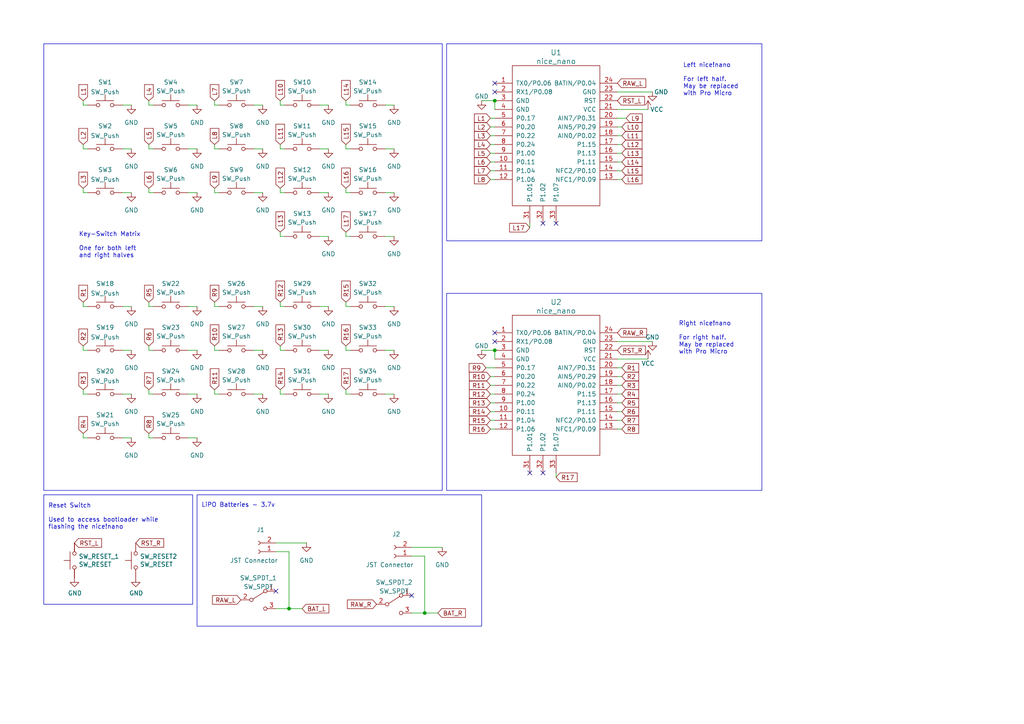
<source format=kicad_sch>
(kicad_sch (version 20230121) (generator eeschema)
  (paper "A4")
  (lib_symbols
    (symbol "Connector:Conn_01x02_Socket" (pin_names (offset 1.016) hide)
      (property "Reference" "J" (at 0 2.54 0))
      (property "Value" "Conn_01x02_Socket" (at 0 -5.08 0))
      (symbol "Conn_01x02_Socket_1_1"
        (arc (start 0 -2.032) (mid -0.5058 -2.54) (end 0 -3.048) (stroke (width 0.1524)))
        (polyline (pts (xy -1.27 -2.54) (xy -0.508 -2.54)) (stroke (width 0.1524)))
        (polyline (pts (xy -1.27 0) (xy -0.508 0)) (stroke (width 0.1524)))
        (arc (start 0 0.508) (mid -0.5058 0) (end 0 -0.508) (stroke (width 0.1524)))
        (pin passive line (at -5.08 0 0) (length 3.81) (name "Pin_1") (number "1"))
        (pin passive line (at -5.08 -2.54 0) (length 3.81) (name "Pin_2") (number "2"))
      )
    )
    (symbol "GND_1" (power) (pin_names (offset 0))
      (property "Value" "GND_1" (at 0 -3.81 0))
      (symbol "GND_1_0_1"
        (polyline (pts (xy 0 0) (xy 0 -1.27) (xy 1.27 -1.27) (xy 0 -2.54) (xy -1.27 -1.27) (xy 0 -1.27)))
      )
      (symbol "GND_1_1_1"
        (pin power_in line (at 0 0 270) (length 0) hide (name "GND") (number "1"))
      )
    )
    (symbol "GND_2" (power) (pin_names (offset 0))
      (property "Value" "GND_2" (at 0 -3.81 0))
      (symbol "GND_2_0_1"
        (polyline (pts (xy 0 0) (xy 0 -1.27) (xy 1.27 -1.27) (xy 0 -2.54) (xy -1.27 -1.27) (xy 0 -1.27)))
      )
      (symbol "GND_2_1_1"
        (pin power_in line (at 0 0 270) (length 0) hide (name "GND") (number "1"))
      )
    )
    (symbol "GND_3" (power) (pin_names (offset 0))
      (property "Value" "GND_3" (at 0 -3.81 0))
      (symbol "GND_3_0_1"
        (polyline (pts (xy 0 0) (xy 0 -1.27) (xy 1.27 -1.27) (xy 0 -2.54) (xy -1.27 -1.27) (xy 0 -1.27)))
      )
      (symbol "GND_3_1_1"
        (pin power_in line (at 0 0 270) (length 0) hide (name "GND") (number "1"))
      )
    )
    (symbol "Switch:SW_Push" (pin_numbers hide) (pin_names (offset 1.016) hide)
      (property "Reference" "SW" (at 1.27 2.54 0))
      (property "Value" "SW_Push" (at 0 -1.524 0))
      (symbol "SW_Push_0_1"
        (circle (center -2.032 0) (radius 0.508))
        (polyline (pts (xy 0 1.27) (xy 0 3.048)))
        (polyline (pts (xy 2.54 1.27) (xy -2.54 1.27)))
        (circle (center 2.032 0) (radius 0.508))
        (pin passive line (at -5.08 0 0) (length 2.54) (name "1") (number "1"))
        (pin passive line (at 5.08 0 180) (length 2.54) (name "2") (number "2"))
      )
    )
    (symbol "Switch:SW_SPDT" (pin_names (offset 0) hide)
      (property "Reference" "SW" (at 0 4.318 0))
      (property "Value" "SW_SPDT" (at 0 -5.08 0))
      (symbol "SW_SPDT_0_0"
        (circle (center -2.032 0) (radius 0.508))
        (circle (center 2.032 -2.54) (radius 0.508))
      )
      (symbol "SW_SPDT_0_1"
        (polyline (pts (xy -1.524 0.254) (xy 1.651 2.286)))
        (circle (center 2.032 2.54) (radius 0.508))
      )
      (symbol "SW_SPDT_1_1"
        (pin passive line (at 5.08 2.54 180) (length 2.54) (name "A") (number "1"))
        (pin passive line (at -5.08 0 0) (length 2.54) (name "B") (number "2"))
        (pin passive line (at 5.08 -2.54 180) (length 2.54) (name "C") (number "3"))
      )
    )
    (symbol "nice_nano:nice_nano" (pin_names (offset 1.016))
      (property "Reference" "U" (at 0 0 0))
      (property "Value" "nice_nano" (at 0 2.54 0))
      (symbol "nice_nano_0_1"
        (rectangle (start -12.7 -21.59) (end 12.7 19.05))
      )
      (symbol "nice_nano_1_1"
        (pin input line (at -17.78 13.97 0) (length 5.08) (name "TX0/P0.06") (number "1"))
        (pin input line (at -17.78 -8.89 0) (length 5.08) (name "P0.11") (number "10"))
        (pin input line (at -17.78 -11.43 0) (length 5.08) (name "P1.04") (number "11"))
        (pin input line (at -17.78 -13.97 0) (length 5.08) (name "P1.06") (number "12"))
        (pin input line (at 17.78 -13.97 180) (length 5.08) (name "NFC1/P0.09") (number "13"))
        (pin input line (at 17.78 -11.43 180) (length 5.08) (name "NFC2/P0.10") (number "14"))
        (pin input line (at 17.78 -8.89 180) (length 5.08) (name "P1.11") (number "15"))
        (pin input line (at 17.78 -6.35 180) (length 5.08) (name "P1.13") (number "16"))
        (pin input line (at 17.78 -3.81 180) (length 5.08) (name "P1.15") (number "17"))
        (pin input line (at 17.78 -1.27 180) (length 5.08) (name "AIN0/P0.02") (number "18"))
        (pin input line (at 17.78 1.27 180) (length 5.08) (name "AIN5/P0.29") (number "19"))
        (pin input line (at -17.78 11.43 0) (length 5.08) (name "RX1/P0.08") (number "2"))
        (pin input line (at 17.78 3.81 180) (length 5.08) (name "AIN7/P0.31") (number "20"))
        (pin input line (at 17.78 6.35 180) (length 5.08) (name "VCC") (number "21"))
        (pin input line (at 17.78 8.89 180) (length 5.08) (name "RST") (number "22"))
        (pin input line (at 17.78 11.43 180) (length 5.08) (name "GND") (number "23"))
        (pin input line (at 17.78 13.97 180) (length 5.08) (name "BATIN/P0.04") (number "24"))
        (pin input line (at -17.78 8.89 0) (length 5.08) (name "GND") (number "3"))
        (pin input line (at -7.62 -26.67 90) (length 5.08) (name "P1.01") (number "31"))
        (pin input line (at -3.81 -26.67 90) (length 5.08) (name "P1.02") (number "32"))
        (pin input line (at 0 -26.67 90) (length 5.08) (name "P1.07") (number "33"))
        (pin input line (at -17.78 6.35 0) (length 5.08) (name "GND") (number "4"))
        (pin input line (at -17.78 3.81 0) (length 5.08) (name "P0.17") (number "5"))
        (pin input line (at -17.78 1.27 0) (length 5.08) (name "P0.20") (number "6"))
        (pin input line (at -17.78 -1.27 0) (length 5.08) (name "P0.22") (number "7"))
        (pin input line (at -17.78 -3.81 0) (length 5.08) (name "P0.24") (number "8"))
        (pin input line (at -17.78 -6.35 0) (length 5.08) (name "P1.00") (number "9"))
      )
    )
    (symbol "power:GND" (power) (pin_names (offset 0))
      (property "Value" "GND" (at 0 -3.81 0))
      (symbol "GND_0_1"
        (polyline (pts (xy 0 0) (xy 0 -1.27) (xy 1.27 -1.27) (xy 0 -2.54) (xy -1.27 -1.27) (xy 0 -1.27)))
      )
      (symbol "GND_1_1"
        (pin power_in line (at 0 0 270) (length 0) hide (name "GND") (number "1"))
      )
    )
    (symbol "power:VCC" (power) (pin_names (offset 0))
      (property "Value" "VCC" (at 0 3.81 0))
      (symbol "VCC_0_1"
        (polyline (pts (xy -0.762 1.27) (xy 0 2.54)))
        (polyline (pts (xy 0 0) (xy 0 2.54)))
        (polyline (pts (xy 0 2.54) (xy 0.762 1.27)))
      )
      (symbol "VCC_1_1"
        (pin power_in line (at 0 0 90) (length 0) hide (name "VCC") (number "1"))
      )
    )
  )
  (junction (at 83.82 176.53))
  (junction (at 143.51 101.6))
  (junction (at 143.51 29.21))
  (junction (at 123.19 177.8))
  (no_connect (at 143.51 26.67))
  (no_connect (at 119.38 172.72))
  (no_connect (at 153.67 137.16))
  (no_connect (at 157.48 64.77))
  (no_connect (at 80.01 171.45))
  (no_connect (at 143.51 96.52))
  (no_connect (at 143.51 24.13))
  (no_connect (at 157.48 137.16))
  (no_connect (at 161.29 64.77))
  (no_connect (at 143.51 99.06))
  (wire (pts (xy 62.23 87.63) (xy 62.23 88.9)))
  (wire (pts (xy 142.24 119.38) (xy 143.51 119.38)))
  (wire (pts (xy 35.56 114.3) (xy 38.1 114.3)))
  (wire (pts (xy 100.33 87.63) (xy 100.33 88.9)))
  (wire (pts (xy 54.61 30.48) (xy 57.15 30.48)))
  (wire (pts (xy 180.34 124.46) (xy 179.07 124.46)))
  (wire (pts (xy 54.61 43.18) (xy 57.15 43.18)))
  (wire (pts (xy 100.33 30.48) (xy 101.6 30.48)))
  (wire (pts (xy 81.28 88.9) (xy 81.28 87.63)))
  (wire (pts (xy 92.71 114.3) (xy 95.25 114.3)))
  (wire (pts (xy 43.18 30.48) (xy 44.45 30.48)))
  (wire (pts (xy 24.13 88.9) (xy 25.4 88.9)))
  (wire (pts (xy 100.33 55.88) (xy 101.6 55.88)))
  (wire (pts (xy 179.07 49.53) (xy 180.34 49.53)))
  (wire (pts (xy 139.7 101.6) (xy 143.51 101.6)))
  (wire (pts (xy 111.76 101.6) (xy 114.3 101.6)))
  (wire (pts (xy 100.33 41.91) (xy 100.33 43.18)))
  (wire (pts (xy 92.71 68.58) (xy 95.25 68.58)))
  (wire (pts (xy 35.56 127) (xy 38.1 127)))
  (wire (pts (xy 81.28 67.31) (xy 81.28 68.58)))
  (wire (pts (xy 92.71 30.48) (xy 95.25 30.48)))
  (wire (pts (xy 179.07 41.91) (xy 180.34 41.91)))
  (wire (pts (xy 62.23 101.6) (xy 63.5 101.6)))
  (wire (pts (xy 100.33 54.61) (xy 100.33 55.88)))
  (wire (pts (xy 142.24 109.22) (xy 143.51 109.22)))
  (wire (pts (xy 179.07 36.83) (xy 180.34 36.83)))
  (wire (pts (xy 111.76 43.18) (xy 114.3 43.18)))
  (wire (pts (xy 179.07 104.14) (xy 187.96 104.14)))
  (wire (pts (xy 62.23 113.03) (xy 62.23 114.3)))
  (wire (pts (xy 119.38 177.8) (xy 123.19 177.8)))
  (wire (pts (xy 153.67 64.77) (xy 153.67 66.04)))
  (wire (pts (xy 35.56 101.6) (xy 38.1 101.6)))
  (wire (pts (xy 62.23 55.88) (xy 63.5 55.88)))
  (wire (pts (xy 43.18 127) (xy 44.45 127)))
  (wire (pts (xy 73.66 101.6) (xy 76.2 101.6)))
  (wire (pts (xy 43.18 55.88) (xy 44.45 55.88)))
  (wire (pts (xy 81.28 101.6) (xy 82.55 101.6)))
  (wire (pts (xy 111.76 68.58) (xy 114.3 68.58)))
  (wire (pts (xy 180.34 106.68) (xy 179.07 106.68)))
  (wire (pts (xy 24.13 55.88) (xy 25.4 55.88)))
  (wire (pts (xy 24.13 30.48) (xy 25.4 30.48)))
  (wire (pts (xy 142.24 44.45) (xy 143.51 44.45)))
  (wire (pts (xy 43.18 88.9) (xy 44.45 88.9)))
  (wire (pts (xy 100.33 43.18) (xy 101.6 43.18)))
  (wire (pts (xy 62.23 43.18) (xy 63.5 43.18)))
  (wire (pts (xy 143.51 29.21) (xy 143.51 31.75)))
  (wire (pts (xy 142.24 46.99) (xy 143.51 46.99)))
  (wire (pts (xy 54.61 101.6) (xy 57.15 101.6)))
  (wire (pts (xy 24.13 41.91) (xy 24.13 43.18)))
  (wire (pts (xy 119.38 158.75) (xy 128.27 158.75)))
  (wire (pts (xy 100.33 100.33) (xy 100.33 101.6)))
  (wire (pts (xy 179.07 46.99) (xy 180.34 46.99)))
  (wire (pts (xy 100.33 101.6) (xy 101.6 101.6)))
  (wire (pts (xy 43.18 43.18) (xy 43.18 41.91)))
  (wire (pts (xy 62.23 100.33) (xy 62.23 101.6)))
  (wire (pts (xy 24.13 29.21) (xy 24.13 30.48)))
  (wire (pts (xy 92.71 43.18) (xy 95.25 43.18)))
  (wire (pts (xy 24.13 127) (xy 25.4 127)))
  (wire (pts (xy 142.24 36.83) (xy 143.51 36.83)))
  (wire (pts (xy 179.07 34.29) (xy 181.61 34.29)))
  (wire (pts (xy 142.24 114.3) (xy 143.51 114.3)))
  (wire (pts (xy 180.34 114.3) (xy 179.07 114.3)))
  (wire (pts (xy 43.18 87.63) (xy 43.18 88.9)))
  (wire (pts (xy 92.71 55.88) (xy 95.25 55.88)))
  (wire (pts (xy 43.18 125.73) (xy 43.18 127)))
  (wire (pts (xy 92.71 88.9) (xy 95.25 88.9)))
  (wire (pts (xy 54.61 88.9) (xy 57.15 88.9)))
  (wire (pts (xy 180.34 109.22) (xy 179.07 109.22)))
  (wire (pts (xy 142.24 111.76) (xy 143.51 111.76)))
  (wire (pts (xy 179.07 44.45) (xy 180.34 44.45)))
  (wire (pts (xy 44.45 101.6) (xy 43.18 101.6)))
  (wire (pts (xy 142.24 52.07) (xy 143.51 52.07)))
  (wire (pts (xy 81.28 43.18) (xy 81.28 41.91)))
  (wire (pts (xy 81.28 43.18) (xy 82.55 43.18)))
  (wire (pts (xy 81.28 30.48) (xy 81.28 29.21)))
  (wire (pts (xy 38.1 30.48) (xy 35.56 30.48)))
  (wire (pts (xy 35.56 55.88) (xy 38.1 55.88)))
  (wire (pts (xy 43.18 114.3) (xy 44.45 114.3)))
  (wire (pts (xy 179.07 39.37) (xy 180.34 39.37)))
  (wire (pts (xy 73.66 55.88) (xy 76.2 55.88)))
  (wire (pts (xy 81.28 55.88) (xy 81.28 54.61)))
  (wire (pts (xy 81.28 30.48) (xy 82.55 30.48)))
  (wire (pts (xy 35.56 43.18) (xy 38.1 43.18)))
  (wire (pts (xy 43.18 29.21) (xy 43.18 30.48)))
  (wire (pts (xy 81.28 114.3) (xy 81.28 113.03)))
  (wire (pts (xy 81.28 88.9) (xy 82.55 88.9)))
  (wire (pts (xy 44.45 43.18) (xy 43.18 43.18)))
  (wire (pts (xy 100.33 113.03) (xy 100.33 114.3)))
  (wire (pts (xy 142.24 39.37) (xy 143.51 39.37)))
  (wire (pts (xy 123.19 177.8) (xy 127 177.8)))
  (wire (pts (xy 62.23 30.48) (xy 63.5 30.48)))
  (wire (pts (xy 142.24 34.29) (xy 143.51 34.29)))
  (wire (pts (xy 24.13 114.3) (xy 25.4 114.3)))
  (wire (pts (xy 73.66 88.9) (xy 76.2 88.9)))
  (wire (pts (xy 179.07 99.06) (xy 189.23 99.06)))
  (wire (pts (xy 24.13 43.18) (xy 25.4 43.18)))
  (wire (pts (xy 73.66 43.18) (xy 76.2 43.18)))
  (wire (pts (xy 100.33 114.3) (xy 101.6 114.3)))
  (wire (pts (xy 180.34 111.76) (xy 179.07 111.76)))
  (wire (pts (xy 83.82 160.02) (xy 80.01 160.02)))
  (wire (pts (xy 24.13 125.73) (xy 24.13 127)))
  (wire (pts (xy 62.23 88.9) (xy 63.5 88.9)))
  (wire (pts (xy 73.66 30.48) (xy 76.2 30.48)))
  (wire (pts (xy 180.34 121.92) (xy 179.07 121.92)))
  (wire (pts (xy 24.13 100.33) (xy 24.13 101.6)))
  (wire (pts (xy 24.13 54.61) (xy 24.13 55.88)))
  (wire (pts (xy 142.24 121.92) (xy 143.51 121.92)))
  (wire (pts (xy 142.24 124.46) (xy 143.51 124.46)))
  (wire (pts (xy 80.01 176.53) (xy 83.82 176.53)))
  (wire (pts (xy 100.33 88.9) (xy 101.6 88.9)))
  (wire (pts (xy 81.28 68.58) (xy 82.55 68.58)))
  (wire (pts (xy 123.19 161.29) (xy 119.38 161.29)))
  (wire (pts (xy 38.1 88.9) (xy 35.56 88.9)))
  (wire (pts (xy 81.28 101.6) (xy 81.28 100.33)))
  (wire (pts (xy 111.76 55.88) (xy 114.3 55.88)))
  (wire (pts (xy 24.13 101.6) (xy 25.4 101.6)))
  (wire (pts (xy 142.24 116.84) (xy 143.51 116.84)))
  (wire (pts (xy 81.28 55.88) (xy 82.55 55.88)))
  (wire (pts (xy 180.34 116.84) (xy 179.07 116.84)))
  (wire (pts (xy 180.34 119.38) (xy 179.07 119.38)))
  (wire (pts (xy 43.18 101.6) (xy 43.18 100.33)))
  (wire (pts (xy 81.28 114.3) (xy 82.55 114.3)))
  (wire (pts (xy 43.18 54.61) (xy 43.18 55.88)))
  (wire (pts (xy 83.82 176.53) (xy 87.63 176.53)))
  (wire (pts (xy 43.18 113.03) (xy 43.18 114.3)))
  (wire (pts (xy 100.33 68.58) (xy 101.6 68.58)))
  (wire (pts (xy 92.71 101.6) (xy 95.25 101.6)))
  (wire (pts (xy 111.76 30.48) (xy 114.3 30.48)))
  (wire (pts (xy 80.01 157.48) (xy 88.9 157.48)))
  (wire (pts (xy 111.76 114.3) (xy 114.3 114.3)))
  (wire (pts (xy 179.07 26.67) (xy 189.23 26.67)))
  (wire (pts (xy 62.23 29.21) (xy 62.23 30.48)))
  (wire (pts (xy 143.51 101.6) (xy 143.51 104.14)))
  (wire (pts (xy 100.33 67.31) (xy 100.33 68.58)))
  (wire (pts (xy 179.07 31.75) (xy 187.96 31.75)))
  (wire (pts (xy 142.24 41.91) (xy 143.51 41.91)))
  (wire (pts (xy 62.23 54.61) (xy 62.23 55.88)))
  (wire (pts (xy 24.13 87.63) (xy 24.13 88.9)))
  (wire (pts (xy 161.29 137.16) (xy 161.29 138.43)))
  (wire (pts (xy 83.82 176.53) (xy 83.82 160.02)))
  (wire (pts (xy 100.33 29.21) (xy 100.33 30.48)))
  (wire (pts (xy 140.97 106.68) (xy 143.51 106.68)))
  (wire (pts (xy 54.61 127) (xy 57.15 127)))
  (wire (pts (xy 123.19 177.8) (xy 123.19 161.29)))
  (wire (pts (xy 142.24 49.53) (xy 143.51 49.53)))
  (wire (pts (xy 73.66 114.3) (xy 76.2 114.3)))
  (wire (pts (xy 24.13 113.03) (xy 24.13 114.3)))
  (wire (pts (xy 111.76 88.9) (xy 114.3 88.9)))
  (wire (pts (xy 139.7 29.21) (xy 143.51 29.21)))
  (wire (pts (xy 54.61 114.3) (xy 57.15 114.3)))
  (wire (pts (xy 54.61 55.88) (xy 57.15 55.88)))
  (wire (pts (xy 62.23 41.91) (xy 62.23 43.18)))
  (wire (pts (xy 62.23 114.3) (xy 63.5 114.3)))
  (wire (pts (xy 179.07 52.07) (xy 180.34 52.07)))
  (rectangle (start 12.7 12.7) (end 128.27 142.24))
  (rectangle (start 129.54 85.09) (end 220.98 142.24))
  (rectangle (start 57.15 143.51) (end 139.7 181.61))
  (rectangle (start 129.54 12.7) (end 220.98 69.85))
  (rectangle (start 12.7 143.51) (end 55.88 175.26))
  (text "Key-Switch Matrix\n\nOne for both left \nand right halves" (at 22.86 74.93 0) (effects (font (size 1.27 1.27)) (justify left bottom)))
  (text "LiPO Batteries - 3.7v" (at 58.42 147.32 0) (effects (font (size 1.27 1.27)) (justify left bottom)))
  (text "Right nice!nano \n\nFor right half. \nMay be replaced \nwith Pro Micro" (at 196.85 102.87 0) (effects (font (size 1.27 1.27)) (justify left bottom)))
  (text "Reset Switch\n\nUsed to access bootloader while \nflashing the nice!nano" (at 13.97 153.67 0) (effects (font (size 1.27 1.27)) (justify left bottom)))
  (text "Left nice!nano \n\nFor left half. \nMay be replaced \nwith Pro Micro" (at 198.12 27.94 0) (effects (font (size 1.27 1.27)) (justify left bottom)))
  (global_label "R2" (shape input) (at 180.34 109.22 0) (property "Intersheetrefs" "${INTERSHEET_REFS}" (effects hide)))
  (global_label "R16" (shape input) (at 100.33 100.33 90) (property "Intersheetrefs" "${INTERSHEET_REFS}" (effects hide)))
  (global_label "L10" (shape input) (at 81.28 29.21 90) (property "Intersheetrefs" "${INTERSHEET_REFS}" (effects hide)))
  (global_label "RAW_R" (shape input) (at 109.22 175.26 180) (property "Intersheetrefs" "${INTERSHEET_REFS}" (effects hide)))
  (global_label "R6" (shape input) (at 180.34 119.38 0) (property "Intersheetrefs" "${INTERSHEET_REFS}" (effects hide)))
  (global_label "L6" (shape input) (at 142.24 46.99 180) (property "Intersheetrefs" "${INTERSHEET_REFS}" (effects hide)))
  (global_label "R1" (shape input) (at 180.34 106.68 0) (property "Intersheetrefs" "${INTERSHEET_REFS}" (effects hide)))
  (global_label "R12" (shape input) (at 142.24 114.3 180) (property "Intersheetrefs" "${INTERSHEET_REFS}" (effects hide)))
  (global_label "L3" (shape input) (at 24.13 54.61 90) (property "Intersheetrefs" "${INTERSHEET_REFS}" (effects hide)))
  (global_label "R4" (shape input) (at 24.13 125.73 90) (property "Intersheetrefs" "${INTERSHEET_REFS}" (effects hide)))
  (global_label "L5" (shape input) (at 43.18 41.91 90) (property "Intersheetrefs" "${INTERSHEET_REFS}" (effects hide)))
  (global_label "R3" (shape input) (at 180.34 111.76 0) (property "Intersheetrefs" "${INTERSHEET_REFS}" (effects hide)))
  (global_label "L4" (shape input) (at 142.24 41.91 180) (property "Intersheetrefs" "${INTERSHEET_REFS}" (effects hide)))
  (global_label "RAW_L" (shape input) (at 69.85 173.99 180) (property "Intersheetrefs" "${INTERSHEET_REFS}" (effects hide)))
  (global_label "L12" (shape input) (at 180.34 41.91 0) (property "Intersheetrefs" "${INTERSHEET_REFS}" (effects hide)))
  (global_label "L12" (shape input) (at 81.28 54.61 90) (property "Intersheetrefs" "${INTERSHEET_REFS}" (effects hide)))
  (global_label "L2" (shape input) (at 24.13 41.91 90) (property "Intersheetrefs" "${INTERSHEET_REFS}" (effects hide)))
  (global_label "L9" (shape input) (at 181.61 34.29 0) (property "Intersheetrefs" "${INTERSHEET_REFS}" (effects hide)))
  (global_label "R17" (shape input) (at 161.29 138.43 0) (property "Intersheetrefs" "${INTERSHEET_REFS}" (effects hide)))
  (global_label "R13" (shape input) (at 142.24 116.84 180) (property "Intersheetrefs" "${INTERSHEET_REFS}" (effects hide)))
  (global_label "L4" (shape input) (at 43.18 29.21 90) (property "Intersheetrefs" "${INTERSHEET_REFS}" (effects hide)))
  (global_label "R15" (shape input) (at 100.33 87.63 90) (property "Intersheetrefs" "${INTERSHEET_REFS}" (effects hide)))
  (global_label "L5" (shape input) (at 142.24 44.45 180) (property "Intersheetrefs" "${INTERSHEET_REFS}" (effects hide)))
  (global_label "R2" (shape input) (at 24.13 100.33 90) (property "Intersheetrefs" "${INTERSHEET_REFS}" (effects hide)))
  (global_label "RAW_R" (shape input) (at 179.07 96.52 0) (property "Intersheetrefs" "${INTERSHEET_REFS}" (effects hide)))
  (global_label "L16" (shape input) (at 100.33 54.61 90) (property "Intersheetrefs" "${INTERSHEET_REFS}" (effects hide)))
  (global_label "L7" (shape input) (at 62.23 29.21 90) (property "Intersheetrefs" "${INTERSHEET_REFS}" (effects hide)))
  (global_label "RST_L" (shape input) (at 179.07 29.21 0) (property "Intersheetrefs" "${INTERSHEET_REFS}" (effects hide)))
  (global_label "R11" (shape input) (at 142.24 111.76 180) (property "Intersheetrefs" "${INTERSHEET_REFS}" (effects hide)))
  (global_label "R7" (shape input) (at 43.18 113.03 90) (property "Intersheetrefs" "${INTERSHEET_REFS}" (effects hide)))
  (global_label "L15" (shape input) (at 100.33 41.91 90) (property "Intersheetrefs" "${INTERSHEET_REFS}" (effects hide)))
  (global_label "R8" (shape input) (at 43.18 125.73 90) (property "Intersheetrefs" "${INTERSHEET_REFS}" (effects hide)))
  (global_label "R7" (shape input) (at 180.34 121.92 0) (property "Intersheetrefs" "${INTERSHEET_REFS}" (effects hide)))
  (global_label "RST_R" (shape input) (at 179.07 101.6 0) (property "Intersheetrefs" "${INTERSHEET_REFS}" (effects hide)))
  (global_label "L6" (shape input) (at 43.18 54.61 90) (property "Intersheetrefs" "${INTERSHEET_REFS}" (effects hide)))
  (global_label "R13" (shape input) (at 81.28 100.33 90) (property "Intersheetrefs" "${INTERSHEET_REFS}" (effects hide)))
  (global_label "L16" (shape input) (at 180.34 52.07 0) (property "Intersheetrefs" "${INTERSHEET_REFS}" (effects hide)))
  (global_label "L1" (shape input) (at 24.13 29.21 90) (property "Intersheetrefs" "${INTERSHEET_REFS}" (effects hide)))
  (global_label "L15" (shape input) (at 180.34 49.53 0) (property "Intersheetrefs" "${INTERSHEET_REFS}" (effects hide)))
  (global_label "L17" (shape input) (at 100.33 67.31 90) (property "Intersheetrefs" "${INTERSHEET_REFS}" (effects hide)))
  (global_label "R10" (shape input) (at 62.23 100.33 90) (property "Intersheetrefs" "${INTERSHEET_REFS}" (effects hide)))
  (global_label "L14" (shape input) (at 180.34 46.99 0) (property "Intersheetrefs" "${INTERSHEET_REFS}" (effects hide)))
  (global_label "L13" (shape input) (at 81.28 67.31 90) (property "Intersheetrefs" "${INTERSHEET_REFS}" (effects hide)))
  (global_label "L3" (shape input) (at 142.24 39.37 180) (property "Intersheetrefs" "${INTERSHEET_REFS}" (effects hide)))
  (global_label "R9" (shape input) (at 62.23 87.63 90) (property "Intersheetrefs" "${INTERSHEET_REFS}" (effects hide)))
  (global_label "L1" (shape input) (at 142.24 34.29 180) (property "Intersheetrefs" "${INTERSHEET_REFS}" (effects hide)))
  (global_label "L17" (shape input) (at 153.67 66.04 180) (property "Intersheetrefs" "${INTERSHEET_REFS}" (effects hide)))
  (global_label "L14" (shape input) (at 100.33 29.21 90) (property "Intersheetrefs" "${INTERSHEET_REFS}" (effects hide)))
  (global_label "L11" (shape input) (at 81.28 41.91 90) (property "Intersheetrefs" "${INTERSHEET_REFS}" (effects hide)))
  (global_label "R6" (shape input) (at 43.18 100.33 90) (property "Intersheetrefs" "${INTERSHEET_REFS}" (effects hide)))
  (global_label "R4" (shape input) (at 180.34 114.3 0) (property "Intersheetrefs" "${INTERSHEET_REFS}" (effects hide)))
  (global_label "L7" (shape input) (at 142.24 49.53 180) (property "Intersheetrefs" "${INTERSHEET_REFS}" (effects hide)))
  (global_label "R17" (shape input) (at 100.33 113.03 90) (property "Intersheetrefs" "${INTERSHEET_REFS}" (effects hide)))
  (global_label "BAT_R" (shape input) (at 127 177.8 0) (property "Intersheetrefs" "${INTERSHEET_REFS}" (effects hide)))
  (global_label "L8" (shape input) (at 62.23 41.91 90) (property "Intersheetrefs" "${INTERSHEET_REFS}" (effects hide)))
  (global_label "R14" (shape input) (at 142.24 119.38 180) (property "Intersheetrefs" "${INTERSHEET_REFS}" (effects hide)))
  (global_label "R5" (shape input) (at 180.34 116.84 0) (property "Intersheetrefs" "${INTERSHEET_REFS}" (effects hide)))
  (global_label "R1" (shape input) (at 24.13 87.63 90) (property "Intersheetrefs" "${INTERSHEET_REFS}" (effects hide)))
  (global_label "R15" (shape input) (at 142.24 121.92 180) (property "Intersheetrefs" "${INTERSHEET_REFS}" (effects hide)))
  (global_label "L2" (shape input) (at 142.24 36.83 180) (property "Intersheetrefs" "${INTERSHEET_REFS}" (effects hide)))
  (global_label "R8" (shape input) (at 180.34 124.46 0) (property "Intersheetrefs" "${INTERSHEET_REFS}" (effects hide)))
  (global_label "BAT_L" (shape input) (at 87.63 176.53 0) (property "Intersheetrefs" "${INTERSHEET_REFS}" (effects hide)))
  (global_label "RST_R" (shape input) (at 39.37 157.48 0) (property "Intersheetrefs" "${INTERSHEET_REFS}" (effects hide)))
  (global_label "L10" (shape input) (at 180.34 36.83 0) (property "Intersheetrefs" "${INTERSHEET_REFS}" (effects hide)))
  (global_label "L8" (shape input) (at 142.24 52.07 180) (property "Intersheetrefs" "${INTERSHEET_REFS}" (effects hide)))
  (global_label "R14" (shape input) (at 81.28 113.03 90) (property "Intersheetrefs" "${INTERSHEET_REFS}" (effects hide)))
  (global_label "R3" (shape input) (at 24.13 113.03 90) (property "Intersheetrefs" "${INTERSHEET_REFS}" (effects hide)))
  (global_label "L9" (shape input) (at 62.23 54.61 90) (property "Intersheetrefs" "${INTERSHEET_REFS}" (effects hide)))
  (global_label "RAW_L" (shape input) (at 179.07 24.13 0) (property "Intersheetrefs" "${INTERSHEET_REFS}" (effects hide)))
  (global_label "L13" (shape input) (at 180.34 44.45 0) (property "Intersheetrefs" "${INTERSHEET_REFS}" (effects hide)))
  (global_label "R9" (shape input) (at 140.97 106.68 180) (property "Intersheetrefs" "${INTERSHEET_REFS}" (effects hide)))
  (global_label "R5" (shape input) (at 43.18 87.63 90) (property "Intersheetrefs" "${INTERSHEET_REFS}" (effects hide)))
  (global_label "R12" (shape input) (at 81.28 87.63 90) (property "Intersheetrefs" "${INTERSHEET_REFS}" (effects hide)))
  (global_label "RST_L" (shape input) (at 21.59 157.48 0) (property "Intersheetrefs" "${INTERSHEET_REFS}" (effects hide)))
  (global_label "R10" (shape input) (at 142.24 109.22 180) (property "Intersheetrefs" "${INTERSHEET_REFS}" (effects hide)))
  (global_label "R16" (shape input) (at 142.24 124.46 180) (property "Intersheetrefs" "${INTERSHEET_REFS}" (effects hide)))
  (global_label "R11" (shape input) (at 62.23 113.03 90) (property "Intersheetrefs" "${INTERSHEET_REFS}" (effects hide)))
  (global_label "L11" (shape input) (at 180.34 39.37 0) (property "Intersheetrefs" "${INTERSHEET_REFS}" (effects hide)))
  (symbol (lib_id "Switch:SW_Push") (at 49.53 114.3 0) (unit 1)
    (property "Reference" "SW24" (at 49.53 107.6792 0))
    (property "Value" "SW_Push" (at 49.53 110.2161 0))
    (property "Footprint" "MX_Only:MXOnly-1U-Hotswap" (effects hide))
  )
  (symbol (lib_id "nice_nano:nice_nano") (at 161.29 110.49 0) (unit 1)
    (property "Reference" "U2" (at 161.29 87.63 0) (effects (font (size 1.524 1.524))))
    (property "Value" "nice_nano" (at 161.29 90.17 0) (effects (font (size 1.524 1.524))))
    (property "Footprint" "nice-nano-kicad:nice_nano" (effects hide))
  )
  (symbol (lib_name "GND_3") (lib_id "power:GND") (at 114.3 88.9 0) (unit 1)
    (property "Reference" "#PWR041" (effects hide))
    (property "Value" "GND" (at 114.3 93.98 0))
  )
  (symbol (lib_name "GND_3") (lib_id "power:GND") (at 114.3 114.3 0) (unit 1)
    (property "Reference" "#PWR043" (effects hide))
    (property "Value" "GND" (at 114.3 119.38 0))
  )
  (symbol (lib_id "Switch:SW_Push") (at 49.53 30.48 0) (unit 1)
    (property "Reference" "SW4" (at 49.53 23.8592 0))
    (property "Value" "SW_Push" (at 49.53 26.3961 0))
    (property "Footprint" "MX_Only:MXOnly-1U-Hotswap" (effects hide))
  )
  (symbol (lib_id "Switch:SW_Push") (at 68.58 30.48 0) (unit 1)
    (property "Reference" "SW7" (at 68.58 23.8592 0))
    (property "Value" "SW_Push" (at 68.58 26.3961 0))
    (property "Footprint" "MX_Only:MXOnly-1U-Hotswap" (effects hide))
  )
  (symbol (lib_name "GND_3") (lib_id "power:GND") (at 38.1 43.18 0) (unit 1)
    (property "Reference" "#PWR012" (effects hide))
    (property "Value" "GND" (at 38.1 48.26 0))
  )
  (symbol (lib_name "GND_1") (lib_id "power:GND") (at 139.7 29.21 0) (unit 1)
    (property "Reference" "#PWR04" (effects hide))
    (property "Value" "GND" (at 139.7 27.94 0))
  )
  (symbol (lib_name "GND_3") (lib_id "power:GND") (at 57.15 30.48 0) (unit 1)
    (property "Reference" "#PWR016" (effects hide))
    (property "Value" "GND" (at 57.15 35.56 0))
  )
  (symbol (lib_id "Switch:SW_Push") (at 106.68 101.6 0) (unit 1)
    (property "Reference" "SW33" (at 106.68 94.9792 0))
    (property "Value" "SW_Push" (at 106.68 97.5161 0))
    (property "Footprint" "MX_Only:MXOnly-1U-Hotswap" (effects hide))
  )
  (symbol (lib_id "Switch:SW_Push") (at 87.63 30.48 0) (unit 1)
    (property "Reference" "SW10" (at 87.63 23.8592 0))
    (property "Value" "SW_Push" (at 87.63 26.3961 0))
    (property "Footprint" "MX_Only:MXOnly-1U-Hotswap" (effects hide))
  )
  (symbol (lib_name "GND_3") (lib_id "power:GND") (at 114.3 101.6 0) (unit 1)
    (property "Reference" "#PWR042" (effects hide))
    (property "Value" "GND" (at 114.3 106.68 0))
  )
  (symbol (lib_id "power:GND") (at 39.37 167.64 0) (unit 1)
    (property "Reference" "#PWR09" (effects hide))
    (property "Value" "GND" (at 39.497 172.0342 0))
  )
  (symbol (lib_id "Switch:SW_Push") (at 68.58 114.3 0) (unit 1)
    (property "Reference" "SW28" (at 68.58 107.6792 0))
    (property "Value" "SW_Push" (at 68.58 110.2161 0))
    (property "Footprint" "MX_Only:MXOnly-1U-Hotswap" (effects hide))
  )
  (symbol (lib_id "Switch:SW_Push") (at 30.48 43.18 0) (unit 1)
    (property "Reference" "SW2" (at 30.48 36.5592 0))
    (property "Value" "SW_Push" (at 30.48 39.37 0))
    (property "Footprint" "MX_Only:MXOnly-1U-Hotswap" (effects hide))
  )
  (symbol (lib_name "GND_3") (lib_id "power:GND") (at 76.2 43.18 0) (unit 1)
    (property "Reference" "#PWR018" (effects hide))
    (property "Value" "GND" (at 76.2 48.26 0))
  )
  (symbol (lib_id "Switch:SW_Push") (at 30.48 88.9 0) (unit 1)
    (property "Reference" "SW18" (at 30.48 82.2792 0))
    (property "Value" "SW_Push" (at 30.48 85.09 0))
    (property "Footprint" "MX_Only:MXOnly-1U-Hotswap" (effects hide))
  )
  (symbol (lib_name "GND_3") (lib_id "power:GND") (at 57.15 55.88 0) (unit 1)
    (property "Reference" "#PWR014" (effects hide))
    (property "Value" "GND" (at 57.15 60.96 0))
  )
  (symbol (lib_id "Switch:SW_Push") (at 106.68 55.88 0) (unit 1)
    (property "Reference" "SW16" (at 106.68 49.2592 0))
    (property "Value" "SW_Push" (at 106.68 51.7961 0))
    (property "Footprint" "MX_Only:MXOnly-1U-Hotswap" (effects hide))
  )
  (symbol (lib_name "GND_3") (lib_id "power:GND") (at 95.25 55.88 0) (unit 1)
    (property "Reference" "#PWR021" (effects hide))
    (property "Value" "GND" (at 95.25 60.96 0))
  )
  (symbol (lib_name "GND_2") (lib_id "power:GND") (at 128.27 158.75 0) (unit 1)
    (property "Reference" "#PWR010" (effects hide))
    (property "Value" "GND" (at 128.27 163.83 0))
  )
  (symbol (lib_name "GND_3") (lib_id "power:GND") (at 95.25 88.9 0) (unit 1)
    (property "Reference" "#PWR037" (effects hide))
    (property "Value" "GND" (at 95.25 93.98 0))
  )
  (symbol (lib_name "GND_3") (lib_id "power:GND") (at 76.2 114.3 0) (unit 1)
    (property "Reference" "#PWR036" (effects hide))
    (property "Value" "GND" (at 76.2 119.38 0))
  )
  (symbol (lib_id "Switch:SW_Push") (at 87.63 43.18 0) (unit 1)
    (property "Reference" "SW11" (at 87.63 36.5592 0))
    (property "Value" "SW_Push" (at 87.63 39.0961 0))
    (property "Footprint" "MX_Only:MXOnly-1U-Hotswap" (effects hide))
  )
  (symbol (lib_name "GND_3") (lib_id "power:GND") (at 57.15 43.18 0) (unit 1)
    (property "Reference" "#PWR015" (effects hide))
    (property "Value" "GND" (at 57.15 48.26 0))
  )
  (symbol (lib_id "Switch:SW_Push") (at 49.53 88.9 0) (unit 1)
    (property "Reference" "SW22" (at 49.53 82.2792 0))
    (property "Value" "SW_Push" (at 49.53 84.8161 0))
    (property "Footprint" "MX_Only:MXOnly-1U-Hotswap" (effects hide))
  )
  (symbol (lib_id "Switch:SW_Push") (at 106.68 114.3 0) (unit 1)
    (property "Reference" "SW34" (at 106.68 107.6792 0))
    (property "Value" "SW_Push" (at 106.68 110.2161 0))
    (property "Footprint" "MX_Only:MXOnly-1U-Hotswap" (effects hide))
  )
  (symbol (lib_name "GND_3") (lib_id "power:GND") (at 76.2 30.48 0) (unit 1)
    (property "Reference" "#PWR017" (effects hide))
    (property "Value" "GND" (at 76.2 35.56 0))
  )
  (symbol (lib_id "Switch:SW_Push") (at 68.58 43.18 0) (unit 1)
    (property "Reference" "SW8" (at 68.58 36.5592 0))
    (property "Value" "SW_Push" (at 68.58 39.0961 0))
    (property "Footprint" "MX_Only:MXOnly-1U-Hotswap" (effects hide))
  )
  (symbol (lib_id "Switch:SW_SPDT") (at 74.93 173.99 0) (unit 1)
    (property "Reference" "SW_SPDT_1" (at 74.93 167.64 0))
    (property "Value" "SW_SPDT" (at 74.93 170.18 0))
    (property "Footprint" "Button_Switch_SMD:SW_SPDT_PCM12" (effects hide))
  )
  (symbol (lib_id "Switch:SW_Push") (at 106.68 30.48 0) (unit 1)
    (property "Reference" "SW14" (at 106.68 23.8592 0))
    (property "Value" "SW_Push" (at 106.68 26.3961 0))
    (property "Footprint" "MX_Only:MXOnly-1U-Hotswap" (effects hide))
  )
  (symbol (lib_name "GND_3") (lib_id "power:GND") (at 38.1 30.48 0) (unit 1)
    (property "Reference" "#PWR011" (effects hide))
    (property "Value" "GND" (at 38.1 35.56 0))
  )
  (symbol (lib_id "Switch:SW_SPDT") (at 114.3 175.26 0) (unit 1)
    (property "Reference" "SW_SPDT_2" (at 114.3 168.91 0))
    (property "Value" "SW_SPDT" (at 114.3 171.45 0))
    (property "Footprint" "Button_Switch_SMD:SW_SPDT_PCM12" (effects hide))
  )
  (symbol (lib_name "GND_3") (lib_id "power:GND") (at 38.1 101.6 0) (unit 1)
    (property "Reference" "#PWR029" (effects hide))
    (property "Value" "GND" (at 38.1 106.68 0))
  )
  (symbol (lib_id "Switch:SW_Push") (at 30.48 127 0) (unit 1)
    (property "Reference" "SW21" (at 30.48 120.3792 0))
    (property "Value" "SW_Push" (at 30.48 122.9161 0))
    (property "Footprint" "MX_Only:MXOnly-1.75U-Hotswap" (effects hide))
  )
  (symbol (lib_name "GND_1") (lib_id "power:GND") (at 189.23 26.67 0) (unit 1)
    (property "Reference" "#PWR01" (effects hide))
    (property "Value" "GND" (at 191.77 26.67 0))
  )
  (symbol (lib_id "power:GND") (at 21.59 167.64 0) (unit 1)
    (property "Reference" "#PWR08" (effects hide))
    (property "Value" "GND" (at 21.717 172.0342 0))
  )
  (symbol (lib_id "nice_nano:nice_nano") (at 161.29 38.1 0) (unit 1)
    (property "Reference" "U1" (at 161.29 15.24 0) (effects (font (size 1.524 1.524))))
    (property "Value" "nice_nano" (at 161.29 17.78 0) (effects (font (size 1.524 1.524))))
    (property "Footprint" "nice-nano-kicad:nice_nano" (effects hide))
  )
  (symbol (lib_id "Switch:SW_Push") (at 68.58 88.9 0) (unit 1)
    (property "Reference" "SW26" (at 68.58 82.2792 0))
    (property "Value" "SW_Push" (at 68.58 84.8161 0))
    (property "Footprint" "MX_Only:MXOnly-1U-Hotswap" (effects hide))
  )
  (symbol (lib_id "power:VCC") (at 187.96 104.14 0) (unit 1)
    (property "Reference" "#PWR06" (effects hide))
    (property "Value" "VCC" (at 187.96 105.41 0))
  )
  (symbol (lib_id "Switch:SW_Push") (at 49.53 101.6 0) (unit 1)
    (property "Reference" "SW23" (at 49.53 94.9792 0))
    (property "Value" "SW_Push" (at 49.53 97.5161 0))
    (property "Footprint" "MX_Only:MXOnly-1U-Hotswap" (effects hide))
  )
  (symbol (lib_id "Switch:SW_Push") (at 87.63 68.58 0) (unit 1)
    (property "Reference" "SW13" (at 87.63 61.9592 0))
    (property "Value" "SW_Push" (at 87.63 64.4961 0))
    (property "Footprint" "MX_Only:MXOnly-1.75U-Hotswap" (effects hide))
  )
  (symbol (lib_id "Switch:SW_Push") (at 106.68 88.9 0) (unit 1)
    (property "Reference" "SW32" (at 106.68 82.2792 0))
    (property "Value" "SW_Push" (at 106.68 84.8161 0))
    (property "Footprint" "MX_Only:MXOnly-1U-Hotswap" (effects hide))
  )
  (symbol (lib_id "Switch:SW_Push") (at 30.48 101.6 0) (unit 1)
    (property "Reference" "SW19" (at 30.48 94.9792 0))
    (property "Value" "SW_Push" (at 30.48 97.79 0))
    (property "Footprint" "MX_Only:MXOnly-1U-Hotswap" (effects hide))
  )
  (symbol (lib_name "GND_3") (lib_id "power:GND") (at 114.3 43.18 0) (unit 1)
    (property "Reference" "#PWR025" (effects hide))
    (property "Value" "GND" (at 114.3 48.26 0))
  )
  (symbol (lib_name "GND_3") (lib_id "power:GND") (at 38.1 114.3 0) (unit 1)
    (property "Reference" "#PWR030" (effects hide))
    (property "Value" "GND" (at 38.1 119.38 0))
  )
  (symbol (lib_id "Switch:SW_Push") (at 30.48 114.3 0) (unit 1)
    (property "Reference" "SW20" (at 30.48 107.6792 0))
    (property "Value" "SW_Push" (at 30.48 110.49 0))
    (property "Footprint" "MX_Only:MXOnly-1U-Hotswap" (effects hide))
  )
  (symbol (lib_name "GND_3") (lib_id "power:GND") (at 57.15 88.9 0) (unit 1)
    (property "Reference" "#PWR031" (effects hide))
    (property "Value" "GND" (at 57.15 93.98 0))
  )
  (symbol (lib_name "GND_3") (lib_id "power:GND") (at 95.25 101.6 0) (unit 1)
    (property "Reference" "#PWR038" (effects hide))
    (property "Value" "GND" (at 95.25 106.68 0))
  )
  (symbol (lib_id "Switch:SW_Push") (at 106.68 43.18 0) (unit 1)
    (property "Reference" "SW15" (at 106.68 36.5592 0))
    (property "Value" "SW_Push" (at 106.68 39.0961 0))
    (property "Footprint" "MX_Only:MXOnly-1U-Hotswap" (effects hide))
  )
  (symbol (lib_name "GND_1") (lib_id "power:GND") (at 139.7 101.6 0) (unit 1)
    (property "Reference" "#PWR05" (effects hide))
    (property "Value" "GND" (at 139.7 100.33 0))
  )
  (symbol (lib_name "GND_3") (lib_id "power:GND") (at 76.2 88.9 0) (unit 1)
    (property "Reference" "#PWR034" (effects hide))
    (property "Value" "GND" (at 76.2 93.98 0))
  )
  (symbol (lib_name "GND_3") (lib_id "power:GND") (at 95.25 68.58 0) (unit 1)
    (property "Reference" "#PWR020" (effects hide))
    (property "Value" "GND" (at 95.25 73.66 0))
  )
  (symbol (lib_name "GND_3") (lib_id "power:GND") (at 95.25 43.18 0) (unit 1)
    (property "Reference" "#PWR022" (effects hide))
    (property "Value" "GND" (at 95.25 48.26 0))
  )
  (symbol (lib_id "Switch:SW_Push") (at 87.63 55.88 0) (unit 1)
    (property "Reference" "SW12" (at 87.63 49.2592 0))
    (property "Value" "SW_Push" (at 87.63 51.7961 0))
    (property "Footprint" "MX_Only:MXOnly-1U-Hotswap" (effects hide))
  )
  (symbol (lib_id "Switch:SW_Push") (at 39.37 162.56 90) (unit 1)
    (property "Reference" "SW_RESET2" (at 40.5892 161.3916 90) (effects (justify right)))
    (property "Value" "SW_RESET" (at 40.5892 163.703 90) (effects (justify right)))
    (property "Footprint" "random-keyboard-parts:SKQG-1155865" (effects hide))
  )
  (symbol (lib_name "GND_3") (lib_id "power:GND") (at 95.25 30.48 0) (unit 1)
    (property "Reference" "#PWR023" (effects hide))
    (property "Value" "GND" (at 95.25 35.56 0))
  )
  (symbol (lib_id "Switch:SW_Push") (at 68.58 101.6 0) (unit 1)
    (property "Reference" "SW27" (at 68.58 94.9792 0))
    (property "Value" "SW_Push" (at 68.58 97.5161 0))
    (property "Footprint" "MX_Only:MXOnly-1U-Hotswap" (effects hide))
  )
  (symbol (lib_id "Switch:SW_Push") (at 21.59 162.56 90) (unit 1)
    (property "Reference" "SW_RESET_1" (at 22.8092 161.3916 90) (effects (justify right)))
    (property "Value" "SW_RESET" (at 22.8092 163.703 90) (effects (justify right)))
    (property "Footprint" "random-keyboard-parts:SKQG-1155865" (effects hide))
  )
  (symbol (lib_name "GND_3") (lib_id "power:GND") (at 57.15 101.6 0) (unit 1)
    (property "Reference" "#PWR032" (effects hide))
    (property "Value" "GND" (at 57.15 106.68 0))
  )
  (symbol (lib_name "GND_3") (lib_id "power:GND") (at 76.2 101.6 0) (unit 1)
    (property "Reference" "#PWR035" (effects hide))
    (property "Value" "GND" (at 76.2 106.68 0))
  )
  (symbol (lib_id "Switch:SW_Push") (at 87.63 88.9 0) (unit 1)
    (property "Reference" "SW29" (at 87.63 82.2792 0))
    (property "Value" "SW_Push" (at 87.63 84.8161 0))
    (property "Footprint" "MX_Only:MXOnly-1U-Hotswap" (effects hide))
  )
  (symbol (lib_name "GND_3") (lib_id "power:GND") (at 38.1 55.88 0) (unit 1)
    (property "Reference" "#PWR013" (effects hide))
    (property "Value" "GND" (at 38.1 60.96 0))
  )
  (symbol (lib_id "Switch:SW_Push") (at 68.58 55.88 0) (unit 1)
    (property "Reference" "SW9" (at 68.58 49.2592 0))
    (property "Value" "SW_Push" (at 68.58 51.7961 0))
    (property "Footprint" "MX_Only:MXOnly-1U-Hotswap" (effects hide))
  )
  (symbol (lib_id "Connector:Conn_01x02_Socket") (at 114.3 161.29 180) (unit 1)
    (property "Reference" "J2" (at 114.935 154.94 0))
    (property "Value" "JST Connector" (at 113.03 163.83 0))
    (property "Footprint" "Connector_JST:JST_PH_S2B-PH-K_1x02_P2.00mm_Horizontal" (effects hide))
  )
  (symbol (lib_id "power:VCC") (at 187.96 31.75 0) (unit 1)
    (property "Reference" "#PWR03" (effects hide))
    (property "Value" "VCC" (at 190.5 31.75 0))
  )
  (symbol (lib_name "GND_3") (lib_id "power:GND") (at 95.25 114.3 0) (unit 1)
    (property "Reference" "#PWR039" (effects hide))
    (property "Value" "GND" (at 95.25 119.38 0))
  )
  (symbol (lib_id "Switch:SW_Push") (at 49.53 43.18 0) (unit 1)
    (property "Reference" "SW5" (at 49.53 36.5592 0))
    (property "Value" "SW_Push" (at 49.53 39.0961 0))
    (property "Footprint" "MX_Only:MXOnly-1U-Hotswap" (effects hide))
  )
  (symbol (lib_name "GND_3") (lib_id "power:GND") (at 114.3 55.88 0) (unit 1)
    (property "Reference" "#PWR026" (effects hide))
    (property "Value" "GND" (at 114.3 60.96 0))
  )
  (symbol (lib_name "GND_3") (lib_id "power:GND") (at 114.3 68.58 0) (unit 1)
    (property "Reference" "#PWR027" (effects hide))
    (property "Value" "GND" (at 114.3 73.66 0))
  )
  (symbol (lib_name "GND_2") (lib_id "power:GND") (at 88.9 157.48 0) (unit 1)
    (property "Reference" "#PWR02" (effects hide))
    (property "Value" "GND" (at 88.9 162.56 0))
  )
  (symbol (lib_id "Switch:SW_Push") (at 87.63 114.3 0) (unit 1)
    (property "Reference" "SW31" (at 87.63 107.6792 0))
    (property "Value" "SW_Push" (at 87.63 110.2161 0))
    (property "Footprint" "MX_Only:MXOnly-1U-Hotswap" (effects hide))
  )
  (symbol (lib_name "GND_3") (lib_id "power:GND") (at 114.3 30.48 0) (unit 1)
    (property "Reference" "#PWR024" (effects hide))
    (property "Value" "GND" (at 114.3 35.56 0))
  )
  (symbol (lib_name "GND_3") (lib_id "power:GND") (at 38.1 127 0) (unit 1)
    (property "Reference" "#PWR040" (effects hide))
    (property "Value" "GND" (at 38.1 132.08 0))
  )
  (symbol (lib_id "Connector:Conn_01x02_Socket") (at 74.93 160.02 180) (unit 1)
    (property "Reference" "J1" (at 75.565 153.67 0))
    (property "Value" "JST Connector" (at 73.66 162.56 0))
    (property "Footprint" "Connector_JST:JST_PH_S2B-PH-K_1x02_P2.00mm_Horizontal" (effects hide))
  )
  (symbol (lib_name "GND_3") (lib_id "power:GND") (at 38.1 88.9 0) (unit 1)
    (property "Reference" "#PWR028" (effects hide))
    (property "Value" "GND" (at 38.1 93.98 0))
  )
  (symbol (lib_id "Switch:SW_Push") (at 30.48 30.48 0) (unit 1)
    (property "Reference" "SW1" (at 30.48 23.8592 0))
    (property "Value" "SW_Push" (at 30.48 26.67 0))
    (property "Footprint" "MX_Only:MXOnly-1U-Hotswap" (effects hide))
  )
  (symbol (lib_name "GND_3") (lib_id "power:GND") (at 57.15 114.3 0) (unit 1)
    (property "Reference" "#PWR033" (effects hide))
    (property "Value" "GND" (at 57.15 119.38 0))
  )
  (symbol (lib_name "GND_1") (lib_id "power:GND") (at 189.23 99.06 0) (unit 1)
    (property "Reference" "#PWR07" (effects hide))
    (property "Value" "GND" (at 189.23 97.79 0))
  )
  (symbol (lib_name "GND_3") (lib_id "power:GND") (at 57.15 127 0) (unit 1)
    (property "Reference" "#PWR044" (effects hide))
    (property "Value" "GND" (at 57.15 132.08 0))
  )
  (symbol (lib_id "Switch:SW_Push") (at 106.68 68.58 0) (unit 1)
    (property "Reference" "SW17" (at 106.68 61.9592 0))
    (property "Value" "SW_Push" (at 106.68 64.4961 0))
    (property "Footprint" "MX_Only:MXOnly-1U-Hotswap" (effects hide))
  )
  (symbol (lib_id "Switch:SW_Push") (at 49.53 127 0) (unit 1)
    (property "Reference" "SW25" (at 49.53 120.3792 0))
    (property "Value" "SW_Push" (at 49.53 122.9161 0))
    (property "Footprint" "MX_Only:MXOnly-1U-Hotswap" (effects hide))
  )
  (symbol (lib_name "GND_3") (lib_id "power:GND") (at 76.2 55.88 0) (unit 1)
    (property "Reference" "#PWR019" (effects hide))
    (property "Value" "GND" (at 76.2 60.96 0))
  )
  (symbol (lib_id "Switch:SW_Push") (at 30.48 55.88 0) (unit 1)
    (property "Reference" "SW3" (at 30.48 49.2592 0))
    (property "Value" "SW_Push" (at 30.48 52.07 0))
    (property "Footprint" "MX_Only:MXOnly-1U-Hotswap" (effects hide))
  )
  (symbol (lib_id "Switch:SW_Push") (at 87.63 101.6 0) (unit 1)
    (property "Reference" "SW30" (at 87.63 94.9792 0))
    (property "Value" "SW_Push" (at 87.63 97.5161 0))
    (property "Footprint" "MX_Only:MXOnly-1U-Hotswap" (effects hide))
  )
  (symbol (lib_id "Switch:SW_Push") (at 49.53 55.88 0) (unit 1)
    (property "Reference" "SW6" (at 49.53 49.2592 0))
    (property "Value" "SW_Push" (at 49.53 51.7961 0))
    (property "Footprint" "MX_Only:MXOnly-1U-Hotswap" (effects hide))
  )
)
</source>
